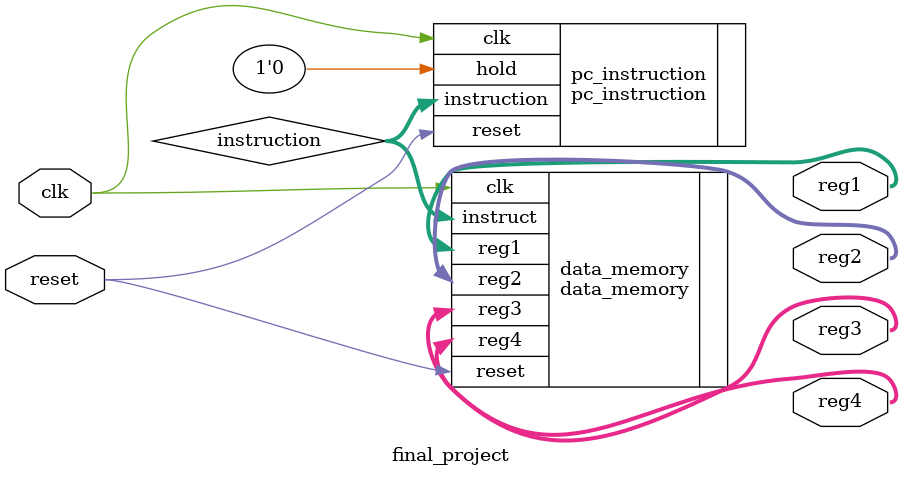
<source format=v>
`timescale 1ns / 1ps
module final_project( input clk, input reset, output signed [7:0] reg1, output signed [7:0] reg2, output signed [7:0] reg3, output signed [7:0] reg4);
	
	wire [19:0] instruction;
	pc_instruction pc_instruction( .clk(clk), .hold(1'b0), .reset(reset), .instruction(instruction) );
	data_memory data_memory( .reset(reset), .clk(clk), .instruct(instruction), .reg1(reg1), .reg2(reg2), .reg3(reg3), .reg4(reg4) ); // if you need more I/O you can add more

	


endmodule




</source>
